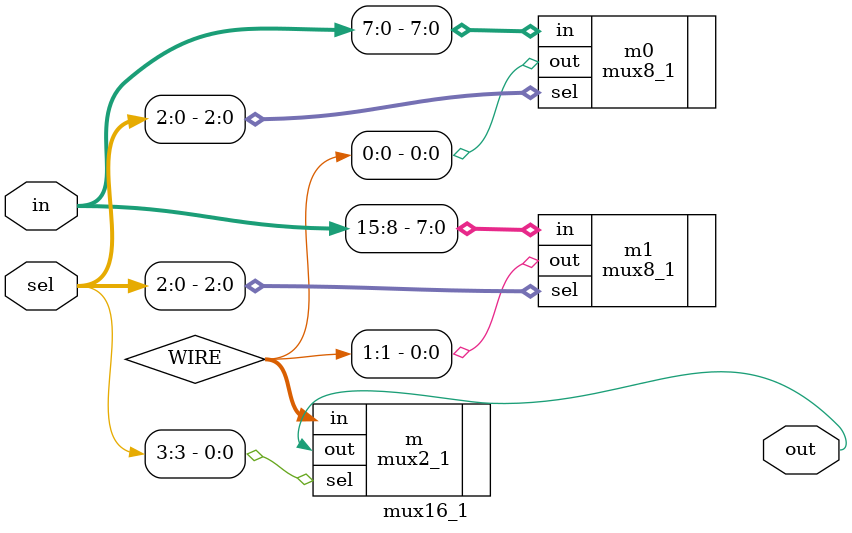
<source format=sv>
module mux16_1 (out, in, sel); //16-to-1 multiplexer, building block for 32-to-1
	// output bit
	output logic out;
	
	// 16-bit input
	input logic [15:0] in;
	
	// 4-bit select
	input logic [3:0] sel;
	
	logic [1:0] WIRE;
	
	// 2 8x1 mux and 1 2x1 mux to create 16x1 mux
	mux8_1 m0(.out(WIRE[0]), .in(in[7:0]), .sel(sel[2:0]));
	mux8_1 m1(.out(WIRE[1]), .in(in[15:8]), .sel(sel[2:0]));
	mux2_1 m (.out(out), .in(WIRE[1:0]), .sel(sel[3]));
endmodule 
</source>
